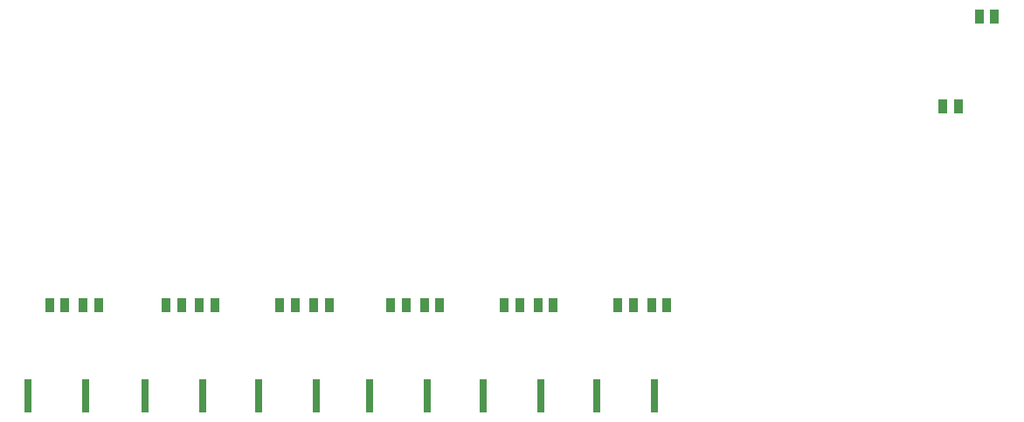
<source format=gbr>
G04*
G04 #@! TF.GenerationSoftware,Altium Limited,Altium Designer,24.0.1 (36)*
G04*
G04 Layer_Color=128*
%FSLAX25Y25*%
%MOIN*%
G70*
G04*
G04 #@! TF.SameCoordinates,EAEA65AB-E80B-4046-BB69-B77F90F57262*
G04*
G04*
G04 #@! TF.FilePolarity,Positive*
G04*
G01*
G75*
%ADD52R,0.02992X0.12520*%
%ADD53R,0.03740X0.05315*%
D52*
X231122Y103146D02*
D03*
X253130D02*
D03*
X187815D02*
D03*
X209823D02*
D03*
X144508D02*
D03*
X166516D02*
D03*
X102185D02*
D03*
X124193D02*
D03*
X58701D02*
D03*
X80709D02*
D03*
X14232D02*
D03*
X36240D02*
D03*
D53*
X245079Y137595D02*
D03*
X239173D02*
D03*
X251969D02*
D03*
X257874D02*
D03*
X201772D02*
D03*
X195866D02*
D03*
X208661D02*
D03*
X214567D02*
D03*
X158465D02*
D03*
X152559D02*
D03*
X165354D02*
D03*
X171260D02*
D03*
X116142D02*
D03*
X110236D02*
D03*
X123031D02*
D03*
X128937D02*
D03*
X72658D02*
D03*
X66752D02*
D03*
X79547D02*
D03*
X85453D02*
D03*
X22284D02*
D03*
X28189D02*
D03*
X40984D02*
D03*
X35079D02*
D03*
X376969Y248031D02*
D03*
X382874D02*
D03*
X363145Y213766D02*
D03*
X369051D02*
D03*
M02*

</source>
